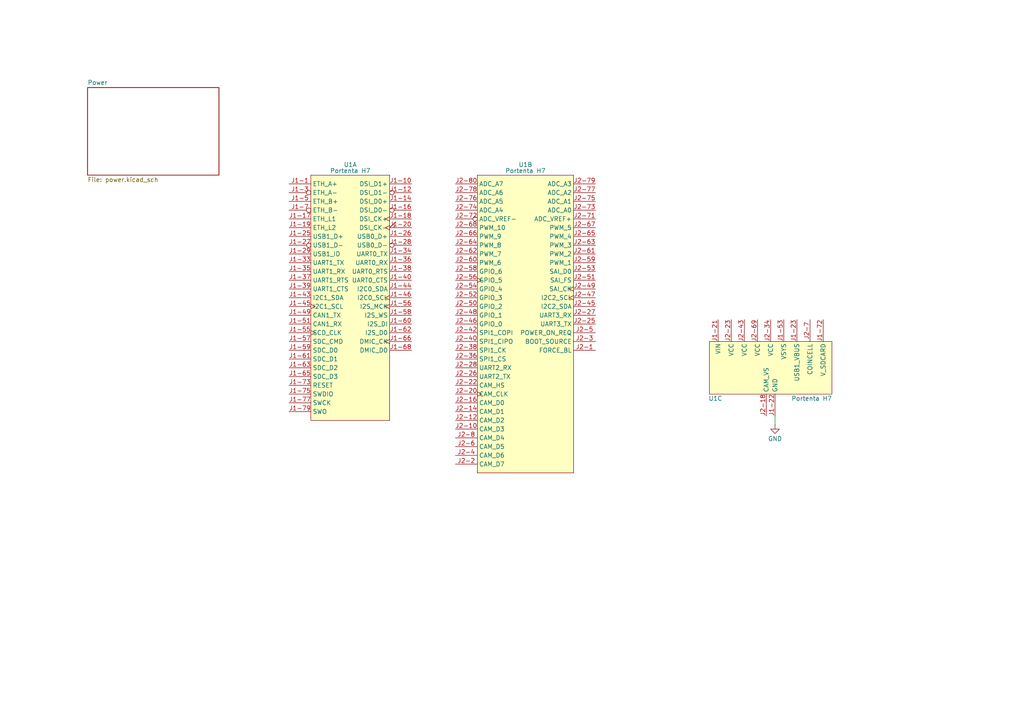
<source format=kicad_sch>
(kicad_sch (version 20231120) (generator "eeschema") (generator_version "8.0")
  (paper "A4")
  (lib_symbols
    (symbol "DSE-Micocontrollers:Portenta_H7_Mezzanine"
      (property "Reference" "U" (at 0 46.228 0))
      (property "Value" "Portenta H7" (at 0 44.45 0))
      (symbol "Portenta_H7_Mezzanine_1_0"
        (pin bidirectional line (at -17.78 33.02 0) (length 6.35) (name "ETH_A+") (number "J1-1"))
        (pin output line (at 17.78 33.02 180) (length 6.35) (name "DSI_D1+") (number "J1-10"))
        (pin no_connect line (at 17.78 -20.32 180) (length 6.35) hide (name "NC") (number "J1-11"))
        (pin output inverted (at 17.78 30.48 180) (length 6.35) (name "DSI_D1-") (number "J1-12"))
        (pin no_connect line (at 17.78 -20.32 180) (length 6.35) hide (name "NC") (number "J1-13"))
        (pin output line (at 17.78 27.94 180) (length 6.35) (name "DSI_D0+") (number "J1-14"))
        (pin no_connect line (at 17.78 -20.32 180) (length 6.35) hide (name "NC") (number "J1-15"))
        (pin output inverted (at 17.78 25.4 180) (length 6.35) (name "DSI_D0-") (number "J1-16"))
        (pin output line (at -17.78 22.86 0) (length 6.35) (name "ETH_L1") (number "J1-17"))
        (pin output clock (at 17.78 22.86 180) (length 6.35) (name "DSI_CK+") (number "J1-18"))
        (pin output line (at -17.78 20.32 0) (length 6.35) (name "ETH_L2") (number "J1-19"))
        (pin no_connect line (at 17.78 -20.32 180) (length 6.35) hide (name "NC") (number "J1-2"))
        (pin output clock_low (at 17.78 20.32 180) (length 6.35) (name "DSI_CK-") (number "J1-20"))
        (pin no_connect line (at 17.78 -20.32 180) (length 6.35) hide (name "NC") (number "J1-24"))
        (pin bidirectional line (at -17.78 17.78 0) (length 6.35) (name "USB1_D+") (number "J1-25"))
        (pin bidirectional line (at 17.78 17.78 180) (length 6.35) (name "USB0_D+") (number "J1-26"))
        (pin bidirectional inverted (at -17.78 15.24 0) (length 6.35) (name "USB1_D-") (number "J1-27"))
        (pin bidirectional inverted (at 17.78 15.24 180) (length 6.35) (name "USB0_D-") (number "J1-28"))
        (pin input line (at -17.78 12.7 0) (length 6.35) (name "USB1_ID") (number "J1-29"))
        (pin bidirectional inverted (at -17.78 30.48 0) (length 6.35) (name "ETH_A-") (number "J1-3"))
        (pin no_connect line (at 17.78 -20.32 180) (length 6.35) hide (name "NC") (number "J1-30"))
        (pin output line (at -17.78 10.16 0) (length 6.35) (name "UART1_TX") (number "J1-33"))
        (pin output line (at 17.78 12.7 180) (length 6.35) (name "UART0_TX") (number "J1-34"))
        (pin input line (at -17.78 7.62 0) (length 6.35) (name "UART1_RX") (number "J1-35"))
        (pin input line (at 17.78 10.16 180) (length 6.35) (name "UART0_RX") (number "J1-36"))
        (pin input line (at -17.78 5.08 0) (length 6.35) (name "UART1_RTS") (number "J1-37"))
        (pin input line (at 17.78 7.62 180) (length 6.35) (name "UART0_RTS") (number "J1-38"))
        (pin output line (at -17.78 2.54 0) (length 6.35) (name "UART1_CTS") (number "J1-39"))
        (pin no_connect line (at 17.78 -20.32 180) (length 6.35) hide (name "NC") (number "J1-4"))
        (pin output line (at 17.78 5.08 180) (length 6.35) (name "UART0_CTS") (number "J1-40"))
        (pin bidirectional line (at -17.78 0 0) (length 6.35) (name "I2C1_SDA") (number "J1-43"))
        (pin bidirectional line (at 17.78 2.54 180) (length 6.35) (name "I2C0_SDA") (number "J1-44"))
        (pin output clock (at -17.78 -2.54 0) (length 6.35) (name "I2C1_SCL") (number "J1-45"))
        (pin output clock (at 17.78 0 180) (length 6.35) (name "I2C0_SCL") (number "J1-46"))
        (pin output line (at -17.78 -5.08 0) (length 6.35) (name "CAN1_TX") (number "J1-49"))
        (pin bidirectional line (at -17.78 27.94 0) (length 6.35) (name "ETH_B+") (number "J1-5"))
        (pin no_connect line (at 17.78 -20.32 180) (length 6.35) hide (name "NC") (number "J1-50"))
        (pin input line (at -17.78 -7.62 0) (length 6.35) (name "CAN1_RX") (number "J1-51"))
        (pin no_connect line (at 17.78 -20.32 180) (length 6.35) hide (name "NC") (number "J1-52"))
        (pin output clock (at -17.78 -10.16 0) (length 6.35) (name "SCD_CLK") (number "J1-55"))
        (pin output clock (at 17.78 -2.54 180) (length 6.35) (name "I2S_MCK") (number "J1-56"))
        (pin output line (at -17.78 -12.7 0) (length 6.35) (name "SDC_CMD") (number "J1-57"))
        (pin output line (at 17.78 -5.08 180) (length 6.35) (name "I2S_WS") (number "J1-58"))
        (pin bidirectional line (at -17.78 -15.24 0) (length 6.35) (name "SDC_D0") (number "J1-59"))
        (pin no_connect line (at 17.78 -20.32 180) (length 6.35) hide (name "NC") (number "J1-6"))
        (pin input line (at 17.78 -7.62 180) (length 6.35) (name "I2S_DI") (number "J1-60"))
        (pin bidirectional line (at -17.78 -17.78 0) (length 6.35) (name "SDC_D1") (number "J1-61"))
        (pin bidirectional line (at 17.78 -10.16 180) (length 6.35) (name "I2S_D0") (number "J1-62"))
        (pin bidirectional line (at -17.78 -20.32 0) (length 6.35) (name "SDC_D2") (number "J1-63"))
        (pin bidirectional line (at -17.78 -22.86 0) (length 6.35) (name "SDC_D3") (number "J1-65"))
        (pin output clock (at 17.78 -12.7 180) (length 6.35) (name "DMIC_CK") (number "J1-66"))
        (pin no_connect line (at 17.78 -20.32 180) (length 6.35) hide (name "NC") (number "J1-67"))
        (pin bidirectional line (at 17.78 -15.24 180) (length 6.35) (name "DMIC_D0") (number "J1-68"))
        (pin no_connect line (at 17.78 -20.32 180) (length 6.35) hide (name "NC") (number "J1-69"))
        (pin bidirectional inverted (at -17.78 25.4 0) (length 6.35) (name "ETH_B-") (number "J1-7"))
        (pin no_connect line (at 17.78 -20.32 180) (length 6.35) hide (name "NC") (number "J1-70"))
        (pin no_connect line (at 17.78 -20.32 180) (length 6.35) hide (name "NC") (number "J1-71"))
        (pin input line (at -17.78 -25.4 0) (length 6.35) (name "RESET") (number "J1-73"))
        (pin no_connect line (at 17.78 -20.32 180) (length 6.35) hide (name "NC") (number "J1-74"))
        (pin bidirectional line (at -17.78 -27.94 0) (length 6.35) (name "SWDIO") (number "J1-75"))
        (pin no_connect line (at 17.78 -20.32 180) (length 6.35) hide (name "NC") (number "J1-76"))
        (pin output line (at -17.78 -30.48 0) (length 6.35) (name "SWCK") (number "J1-77"))
        (pin no_connect line (at 17.78 -20.32 180) (length 6.35) hide (name "NC") (number "J1-78"))
        (pin output line (at -17.78 -33.02 0) (length 6.35) (name "SWO") (number "J1-79"))
        (pin no_connect line (at 17.78 -20.32 180) (length 6.35) hide (name "NC") (number "J1-8"))
        (pin no_connect line (at 17.78 -20.32 180) (length 6.35) hide (name "NC") (number "J1-80"))
        (pin no_connect line (at 17.78 -20.32 180) (length 6.35) hide (name "NC") (number "J1-9"))
      )
      (symbol "Portenta_H7_Mezzanine_1_1"
        (rectangle (start -11.43 35.56) (end 11.43 -35.56) (fill (type background)))
      )
      (symbol "Portenta_H7_Mezzanine_2_0"
        (pin input line (at 20.32 -7.62 180) (length 6.35) (name "FORCE_BL") (number "J2-1"))
        (pin bidirectional line (at -20.32 -30.48 0) (length 6.35) (name "CAM_D3") (number "J2-10"))
        (pin no_connect line (at 20.32 -12.7 180) (length 6.35) hide (name "NC") (number "J2-11"))
        (pin bidirectional line (at -20.32 -27.94 0) (length 6.35) (name "CAM_D2") (number "J2-12"))
        (pin no_connect line (at 20.32 -12.7 180) (length 6.35) hide (name "NC") (number "J2-13"))
        (pin bidirectional line (at -20.32 -25.4 0) (length 6.35) (name "CAM_D1") (number "J2-14"))
        (pin no_connect line (at 20.32 -12.7 180) (length 6.35) hide (name "NC") (number "J2-15"))
        (pin bidirectional line (at -20.32 -22.86 0) (length 6.35) (name "CAM_D0") (number "J2-16"))
        (pin no_connect line (at 20.32 -12.7 180) (length 6.35) hide (name "NC") (number "J2-17"))
        (pin no_connect line (at 20.32 -12.7 180) (length 6.35) hide (name "NC") (number "J2-19"))
        (pin bidirectional line (at -20.32 -40.64 0) (length 6.35) (name "CAM_D7") (number "J2-2"))
        (pin output clock (at -20.32 -20.32 0) (length 6.35) (name "CAM_CLK") (number "J2-20"))
        (pin no_connect line (at 20.32 -12.7 180) (length 6.35) hide (name "NC") (number "J2-21"))
        (pin output line (at -20.32 -17.78 0) (length 6.35) (name "CAM_HS") (number "J2-22"))
        (pin output line (at 20.32 0 180) (length 6.35) (name "UART3_TX") (number "J2-25"))
        (pin output line (at -20.32 -15.24 0) (length 6.35) (name "UART2_TX") (number "J2-26"))
        (pin input line (at 20.32 2.54 180) (length 6.35) (name "UART3_RX") (number "J2-27"))
        (pin input line (at -20.32 -12.7 0) (length 6.35) (name "UART2_RX") (number "J2-28"))
        (pin no_connect line (at 20.32 -12.7 180) (length 6.35) hide (name "NC") (number "J2-29"))
        (pin input line (at 20.32 -5.08 180) (length 6.35) (name "BOOT_SOURCE") (number "J2-3"))
        (pin no_connect line (at 20.32 -12.7 180) (length 6.35) hide (name "NC") (number "J2-30"))
        (pin no_connect line (at 20.32 -12.7 180) (length 6.35) hide (name "NC") (number "J2-31"))
        (pin no_connect line (at 20.32 -12.7 180) (length 6.35) hide (name "NC") (number "J2-32"))
        (pin no_connect line (at 20.32 -12.7 180) (length 6.35) hide (name "NC") (number "J2-35"))
        (pin input line (at -20.32 -10.16 0) (length 6.35) (name "SPI1_CS") (number "J2-36"))
        (pin no_connect line (at 20.32 -12.7 180) (length 6.35) hide (name "NC") (number "J2-37"))
        (pin input line (at -20.32 -7.62 0) (length 6.35) (name "SPI1_CK") (number "J2-38"))
        (pin no_connect line (at 20.32 -12.7 180) (length 6.35) hide (name "NC") (number "J2-39"))
        (pin bidirectional line (at -20.32 -38.1 0) (length 6.35) (name "CAM_D6") (number "J2-4"))
        (pin input line (at -20.32 -5.08 0) (length 6.35) (name "SPI1_CIPO") (number "J2-40"))
        (pin no_connect line (at 20.32 -12.7 180) (length 6.35) hide (name "NC") (number "J2-41"))
        (pin output line (at -20.32 -2.54 0) (length 6.35) (name "SPI1_COPI") (number "J2-42"))
        (pin bidirectional line (at 20.32 5.08 180) (length 6.35) (name "I2C2_SDA") (number "J2-45"))
        (pin bidirectional line (at -20.32 0 0) (length 6.35) (name "GPIO_0") (number "J2-46"))
        (pin output clock (at 20.32 7.62 180) (length 6.35) (name "I2C2_SCL") (number "J2-47"))
        (pin bidirectional line (at -20.32 2.54 0) (length 6.35) (name "GPIO_1") (number "J2-48"))
        (pin output clock (at 20.32 10.16 180) (length 6.35) (name "SAI_CK") (number "J2-49"))
        (pin input line (at 20.32 -2.54 180) (length 6.35) (name "POWER_ON_REQ") (number "J2-5"))
        (pin bidirectional line (at -20.32 5.08 0) (length 6.35) (name "GPIO_2") (number "J2-50"))
        (pin output line (at 20.32 12.7 180) (length 6.35) (name "SAI_FS") (number "J2-51"))
        (pin bidirectional line (at -20.32 7.62 0) (length 6.35) (name "GPIO_3") (number "J2-52"))
        (pin bidirectional line (at 20.32 15.24 180) (length 6.35) (name "SAI_D0") (number "J2-53"))
        (pin bidirectional line (at -20.32 10.16 0) (length 6.35) (name "GPIO_4") (number "J2-54"))
        (pin no_connect clock (at 20.32 -12.7 180) (length 6.35) hide (name "NC") (number "J2-55"))
        (pin bidirectional clock (at -20.32 12.7 0) (length 6.35) (name "GPIO_5") (number "J2-56"))
        (pin bidirectional line (at -20.32 15.24 0) (length 6.35) (name "GPIO_6") (number "J2-58"))
        (pin output line (at 20.32 17.78 180) (length 6.35) (name "PWM_1") (number "J2-59"))
        (pin bidirectional line (at -20.32 -35.56 0) (length 6.35) (name "CAM_D5") (number "J2-6"))
        (pin output line (at -20.32 17.78 0) (length 6.35) (name "PWM_6") (number "J2-60"))
        (pin output line (at 20.32 20.32 180) (length 6.35) (name "PWM_2") (number "J2-61"))
        (pin output line (at -20.32 20.32 0) (length 6.35) (name "PWM_7") (number "J2-62"))
        (pin output line (at 20.32 22.86 180) (length 6.35) (name "PWM_3") (number "J2-63"))
        (pin output line (at -20.32 22.86 0) (length 6.35) (name "PWM_8") (number "J2-64"))
        (pin output line (at 20.32 25.4 180) (length 6.35) (name "PWM_4") (number "J2-65"))
        (pin output line (at -20.32 25.4 0) (length 6.35) (name "PWM_9") (number "J2-66"))
        (pin output line (at 20.32 27.94 180) (length 6.35) (name "PWM_5") (number "J2-67"))
        (pin output line (at -20.32 27.94 0) (length 6.35) (name "PWM_10") (number "J2-68"))
        (pin power_out line (at 20.32 30.48 180) (length 6.35) (name "ADC_VREF+") (number "J2-71"))
        (pin power_out inverted (at -20.32 30.48 0) (length 6.35) (name "ADC_VREF-") (number "J2-72"))
        (pin bidirectional line (at 20.32 33.02 180) (length 6.35) (name "ADC_A0") (number "J2-73"))
        (pin bidirectional line (at -20.32 33.02 0) (length 6.35) (name "ADC_A4") (number "J2-74"))
        (pin bidirectional line (at 20.32 35.56 180) (length 6.35) (name "ADC_A1") (number "J2-75"))
        (pin bidirectional line (at -20.32 35.56 0) (length 6.35) (name "ADC_A5") (number "J2-76"))
        (pin bidirectional line (at 20.32 38.1 180) (length 6.35) (name "ADC_A2") (number "J2-77"))
        (pin bidirectional line (at -20.32 38.1 0) (length 6.35) (name "ADC_A6") (number "J2-78"))
        (pin bidirectional line (at 20.32 40.64 180) (length 6.35) (name "ADC_A3") (number "J2-79"))
        (pin bidirectional line (at -20.32 -33.02 0) (length 6.35) (name "CAM_D4") (number "J2-8"))
        (pin bidirectional line (at -20.32 40.64 0) (length 6.35) (name "ADC_A7") (number "J2-80"))
        (pin no_connect line (at 20.32 -12.7 180) (length 6.35) hide (name "NC") (number "J2-9"))
      )
      (symbol "Portenta_H7_Mezzanine_2_1"
        (rectangle (start -13.97 43.18) (end 13.97 -43.18) (fill (type background)))
      )
      (symbol "Portenta_H7_Mezzanine_3_0"
        (pin power_out line (at -15.24 13.97 270) (length 6.35) (name "VIN") (number "J1-21"))
        (pin passive line (at 1.27 -13.97 90) (length 6.35) (name "GND") (number "J1-22"))
        (pin power_out line (at 7.62 13.97 270) (length 6.35) (name "USB1_VBUS") (number "J1-23"))
        (pin passive line (at 1.27 -13.97 90) (length 6.35) hide (name "GND") (number "J1-31"))
        (pin power_in line (at -15.24 13.97 270) (length 6.35) hide (name "VIN") (number "J1-32"))
        (pin power_in line (at -15.24 13.97 270) (length 6.35) hide (name "VIN") (number "J1-41"))
        (pin passive line (at 1.27 -13.97 90) (length 6.35) hide (name "GND") (number "J1-42"))
        (pin passive line (at 1.27 -13.97 90) (length 6.35) hide (name "GND") (number "J1-47"))
        (pin power_in line (at -15.24 13.97 270) (length 6.35) hide (name "VIN") (number "J1-48"))
        (pin power_out line (at 3.81 13.97 270) (length 6.35) (name "VSYS") (number "J1-53"))
        (pin passive line (at 1.27 -13.97 90) (length 6.35) hide (name "GND") (number "J1-54"))
        (pin power_out line (at 3.81 13.97 270) (length 6.35) hide (name "VSYS") (number "J1-64"))
        (pin power_out line (at 15.24 13.97 270) (length 6.35) (name "V_SDCARD") (number "J1-72"))
        (pin passive line (at -1.27 -13.97 90) (length 6.35) (name "CAM_VS") (number "J2-18"))
        (pin power_in line (at -11.43 13.97 270) (length 6.35) (name "VCC") (number "J2-23"))
        (pin passive line (at 1.27 -13.97 90) (length 6.35) hide (name "GND") (number "J2-24"))
        (pin passive line (at 1.27 -13.97 90) (length 6.35) hide (name "GND") (number "J2-33"))
        (pin output line (at 0 13.97 270) (length 6.35) (name "VCC") (number "J2-34"))
        (pin power_in line (at -7.62 13.97 270) (length 6.35) (name "VCC") (number "J2-43"))
        (pin passive line (at 1.27 -13.97 90) (length 6.35) hide (name "GND") (number "J2-44"))
        (pin passive line (at 1.27 -13.97 90) (length 6.35) hide (name "GND") (number "J2-57"))
        (pin power_in line (at -3.81 13.97 270) (length 6.35) (name "VCC") (number "J2-69"))
        (pin power_in line (at 11.43 13.97 270) (length 6.35) (name "COINCELL") (number "J2-7"))
        (pin passive line (at 1.27 -13.97 90) (length 6.35) hide (name "GND") (number "J2-70"))
      )
      (symbol "Portenta_H7_Mezzanine_3_1"
        (rectangle (start -17.78 7.62) (end 17.78 -7.62) (fill (type background)))
      )
    )
    (symbol "Portenta_H7_Mezzanine_1"
      (property "Reference" "U" (at 0 46.228 0))
      (property "Value" "Portenta H7" (at 0 44.45 0))
      (symbol "Portenta_H7_Mezzanine_1_1_0"
        (pin bidirectional line (at -17.78 33.02 0) (length 6.35) (name "ETH_A+") (number "J1-1"))
        (pin output line (at 17.78 33.02 180) (length 6.35) (name "DSI_D1+") (number "J1-10"))
        (pin no_connect line (at 17.78 -20.32 180) (length 6.35) hide (name "NC") (number "J1-11"))
        (pin output inverted (at 17.78 30.48 180) (length 6.35) (name "DSI_D1-") (number "J1-12"))
        (pin no_connect line (at 17.78 -20.32 180) (length 6.35) hide (name "NC") (number "J1-13"))
        (pin output line (at 17.78 27.94 180) (length 6.35) (name "DSI_D0+") (number "J1-14"))
        (pin no_connect line (at 17.78 -20.32 180) (length 6.35) hide (name "NC") (number "J1-15"))
        (pin output inverted (at 17.78 25.4 180) (length 6.35) (name "DSI_D0-") (number "J1-16"))
        (pin output line (at -17.78 22.86 0) (length 6.35) (name "ETH_L1") (number "J1-17"))
        (pin output clock (at 17.78 22.86 180) (length 6.35) (name "DSI_CK+") (number "J1-18"))
        (pin output line (at -17.78 20.32 0) (length 6.35) (name "ETH_L2") (number "J1-19"))
        (pin no_connect line (at 17.78 -20.32 180) (length 6.35) hide (name "NC") (number "J1-2"))
        (pin output clock_low (at 17.78 20.32 180) (length 6.35) (name "DSI_CK-") (number "J1-20"))
        (pin no_connect line (at 17.78 -20.32 180) (length 6.35) hide (name "NC") (number "J1-24"))
        (pin bidirectional line (at -17.78 17.78 0) (length 6.35) (name "USB1_D+") (number "J1-25"))
        (pin bidirectional line (at 17.78 17.78 180) (length 6.35) (name "USB0_D+") (number "J1-26"))
        (pin bidirectional inverted (at -17.78 15.24 0) (length 6.35) (name "USB1_D-") (number "J1-27"))
        (pin bidirectional inverted (at 17.78 15.24 180) (length 6.35) (name "USB0_D-") (number "J1-28"))
        (pin input line (at -17.78 12.7 0) (length 6.35) (name "USB1_ID") (number "J1-29"))
        (pin bidirectional inverted (at -17.78 30.48 0) (length 6.35) (name "ETH_A-") (number "J1-3"))
        (pin no_connect line (at 17.78 -20.32 180) (length 6.35) hide (name "NC") (number "J1-30"))
        (pin output line (at -17.78 10.16 0) (length 6.35) (name "UART1_TX") (number "J1-33"))
        (pin output line (at 17.78 12.7 180) (length 6.35) (name "UART0_TX") (number "J1-34"))
        (pin input line (at -17.78 7.62 0) (length 6.35) (name "UART1_RX") (number "J1-35"))
        (pin input line (at 17.78 10.16 180) (length 6.35) (name "UART0_RX") (number "J1-36"))
        (pin input line (at -17.78 5.08 0) (length 6.35) (name "UART1_RTS") (number "J1-37"))
        (pin input line (at 17.78 7.62 180) (length 6.35) (name "UART0_RTS") (number "J1-38"))
        (pin output line (at -17.78 2.54 0) (length 6.35) (name "UART1_CTS") (number "J1-39"))
        (pin no_connect line (at 17.78 -20.32 180) (length 6.35) hide (name "NC") (number "J1-4"))
        (pin output line (at 17.78 5.08 180) (length 6.35) (name "UART0_CTS") (number "J1-40"))
        (pin bidirectional line (at -17.78 0 0) (length 6.35) (name "I2C1_SDA") (number "J1-43"))
        (pin bidirectional line (at 17.78 2.54 180) (length 6.35) (name "I2C0_SDA") (number "J1-44"))
        (pin output clock (at -17.78 -2.54 0) (length 6.35) (name "I2C1_SCL") (number "J1-45"))
        (pin output clock (at 17.78 0 180) (length 6.35) (name "I2C0_SCL") (number "J1-46"))
        (pin output line (at -17.78 -5.08 0) (length 6.35) (name "CAN1_TX") (number "J1-49"))
        (pin bidirectional line (at -17.78 27.94 0) (length 6.35) (name "ETH_B+") (number "J1-5"))
        (pin no_connect line (at 17.78 -20.32 180) (length 6.35) hide (name "NC") (number "J1-50"))
        (pin input line (at -17.78 -7.62 0) (length 6.35) (name "CAN1_RX") (number "J1-51"))
        (pin no_connect line (at 17.78 -20.32 180) (length 6.35) hide (name "NC") (number "J1-52"))
        (pin output clock (at -17.78 -10.16 0) (length 6.35) (name "SCD_CLK") (number "J1-55"))
        (pin output clock (at 17.78 -2.54 180) (length 6.35) (name "I2S_MCK") (number "J1-56"))
        (pin output line (at -17.78 -12.7 0) (length 6.35) (name "SDC_CMD") (number "J1-57"))
        (pin output line (at 17.78 -5.08 180) (length 6.35) (name "I2S_WS") (number "J1-58"))
        (pin bidirectional line (at -17.78 -15.24 0) (length 6.35) (name "SDC_D0") (number "J1-59"))
        (pin no_connect line (at 17.78 -20.32 180) (length 6.35) hide (name "NC") (number "J1-6"))
        (pin input line (at 17.78 -7.62 180) (length 6.35) (name "I2S_DI") (number "J1-60"))
        (pin bidirectional line (at -17.78 -17.78 0) (length 6.35) (name "SDC_D1") (number "J1-61"))
        (pin bidirectional line (at 17.78 -10.16 180) (length 6.35) (name "I2S_D0") (number "J1-62"))
        (pin bidirectional line (at -17.78 -20.32 0) (length 6.35) (name "SDC_D2") (number "J1-63"))
        (pin bidirectional line (at -17.78 -22.86 0) (length 6.35) (name "SDC_D3") (number "J1-65"))
        (pin output clock (at 17.78 -12.7 180) (length 6.35) (name "DMIC_CK") (number "J1-66"))
        (pin no_connect line (at 17.78 -20.32 180) (length 6.35) hide (name "NC") (number "J1-67"))
        (pin bidirectional line (at 17.78 -15.24 180) (length 6.35) (name "DMIC_D0") (number "J1-68"))
        (pin no_connect line (at 17.78 -20.32 180) (length 6.35) hide (name "NC") (number "J1-69"))
        (pin bidirectional inverted (at -17.78 25.4 0) (length 6.35) (name "ETH_B-") (number "J1-7"))
        (pin no_connect line (at 17.78 -20.32 180) (length 6.35) hide (name "NC") (number "J1-70"))
        (pin no_connect line (at 17.78 -20.32 180) (length 6.35) hide (name "NC") (number "J1-71"))
        (pin input line (at -17.78 -25.4 0) (length 6.35) (name "RESET") (number "J1-73"))
        (pin no_connect line (at 17.78 -20.32 180) (length 6.35) hide (name "NC") (number "J1-74"))
        (pin bidirectional line (at -17.78 -27.94 0) (length 6.35) (name "SWDIO") (number "J1-75"))
        (pin no_connect line (at 17.78 -20.32 180) (length 6.35) hide (name "NC") (number "J1-76"))
        (pin output line (at -17.78 -30.48 0) (length 6.35) (name "SWCK") (number "J1-77"))
        (pin no_connect line (at 17.78 -20.32 180) (length 6.35) hide (name "NC") (number "J1-78"))
        (pin output line (at -17.78 -33.02 0) (length 6.35) (name "SWO") (number "J1-79"))
        (pin no_connect line (at 17.78 -20.32 180) (length 6.35) hide (name "NC") (number "J1-8"))
        (pin no_connect line (at 17.78 -20.32 180) (length 6.35) hide (name "NC") (number "J1-80"))
        (pin no_connect line (at 17.78 -20.32 180) (length 6.35) hide (name "NC") (number "J1-9"))
      )
      (symbol "Portenta_H7_Mezzanine_1_1_1"
        (rectangle (start -11.43 35.56) (end 11.43 -35.56) (fill (type background)))
      )
      (symbol "Portenta_H7_Mezzanine_1_2_0"
        (pin input line (at 20.32 -7.62 180) (length 6.35) (name "FORCE_BL") (number "J2-1"))
        (pin bidirectional line (at -20.32 -30.48 0) (length 6.35) (name "CAM_D3") (number "J2-10"))
        (pin no_connect line (at 20.32 -12.7 180) (length 6.35) hide (name "NC") (number "J2-11"))
        (pin bidirectional line (at -20.32 -27.94 0) (length 6.35) (name "CAM_D2") (number "J2-12"))
        (pin no_connect line (at 20.32 -12.7 180) (length 6.35) hide (name "NC") (number "J2-13"))
        (pin bidirectional line (at -20.32 -25.4 0) (length 6.35) (name "CAM_D1") (number "J2-14"))
        (pin no_connect line (at 20.32 -12.7 180) (length 6.35) hide (name "NC") (number "J2-15"))
        (pin bidirectional line (at -20.32 -22.86 0) (length 6.35) (name "CAM_D0") (number "J2-16"))
        (pin no_connect line (at 20.32 -12.7 180) (length 6.35) hide (name "NC") (number "J2-17"))
        (pin no_connect line (at 20.32 -12.7 180) (length 6.35) hide (name "NC") (number "J2-19"))
        (pin bidirectional line (at -20.32 -40.64 0) (length 6.35) (name "CAM_D7") (number "J2-2"))
        (pin output clock (at -20.32 -20.32 0) (length 6.35) (name "CAM_CLK") (number "J2-20"))
        (pin no_connect line (at 20.32 -12.7 180) (length 6.35) hide (name "NC") (number "J2-21"))
        (pin output line (at -20.32 -17.78 0) (length 6.35) (name "CAM_HS") (number "J2-22"))
        (pin output line (at 20.32 0 180) (length 6.35) (name "UART3_TX") (number "J2-25"))
        (pin output line (at -20.32 -15.24 0) (length 6.35) (name "UART2_TX") (number "J2-26"))
        (pin input line (at 20.32 2.54 180) (length 6.35) (name "UART3_RX") (number "J2-27"))
        (pin input line (at -20.32 -12.7 0) (length 6.35) (name "UART2_RX") (number "J2-28"))
        (pin no_connect line (at 20.32 -12.7 180) (length 6.35) hide (name "NC") (number "J2-29"))
        (pin input line (at 20.32 -5.08 180) (length 6.35) (name "BOOT_SOURCE") (number "J2-3"))
        (pin no_connect line (at 20.32 -12.7 180) (length 6.35) hide (name "NC") (number "J2-30"))
        (pin no_connect line (at 20.32 -12.7 180) (length 6.35) hide (name "NC") (number "J2-31"))
        (pin no_connect line (at 20.32 -12.7 180) (length 6.35) hide (name "NC") (number "J2-32"))
        (pin no_connect line (at 20.32 -12.7 180) (length 6.35) hide (name "NC") (number "J2-35"))
        (pin input line (at -20.32 -10.16 0) (length 6.35) (name "SPI1_CS") (number "J2-36"))
        (pin no_connect line (at 20.32 -12.7 180) (length 6.35) hide (name "NC") (number "J2-37"))
        (pin input line (at -20.32 -7.62 0) (length 6.35) (name "SPI1_CK") (number "J2-38"))
        (pin no_connect line (at 20.32 -12.7 180) (length 6.35) hide (name "NC") (number "J2-39"))
        (pin bidirectional line (at -20.32 -38.1 0) (length 6.35) (name "CAM_D6") (number "J2-4"))
        (pin input line (at -20.32 -5.08 0) (length 6.35) (name "SPI1_CIPO") (number "J2-40"))
        (pin no_connect line (at 20.32 -12.7 180) (length 6.35) hide (name "NC") (number "J2-41"))
        (pin output line (at -20.32 -2.54 0) (length 6.35) (name "SPI1_COPI") (number "J2-42"))
        (pin bidirectional line (at 20.32 5.08 180) (length 6.35) (name "I2C2_SDA") (number "J2-45"))
        (pin bidirectional line (at -20.32 0 0) (length 6.35) (name "GPIO_0") (number "J2-46"))
        (pin output clock (at 20.32 7.62 180) (length 6.35) (name "I2C2_SCL") (number "J2-47"))
        (pin bidirectional line (at -20.32 2.54 0) (length 6.35) (name "GPIO_1") (number "J2-48"))
        (pin output clock (at 20.32 10.16 180) (length 6.35) (name "SAI_CK") (number "J2-49"))
        (pin input line (at 20.32 -2.54 180) (length 6.35) (name "POWER_ON_REQ") (number "J2-5"))
        (pin bidirectional line (at -20.32 5.08 0) (length 6.35) (name "GPIO_2") (number "J2-50"))
        (pin output line (at 20.32 12.7 180) (length 6.35) (name "SAI_FS") (number "J2-51"))
        (pin bidirectional line (at -20.32 7.62 0) (length 6.35) (name "GPIO_3") (number "J2-52"))
        (pin bidirectional line (at 20.32 15.24 180) (length 6.35) (name "SAI_D0") (number "J2-53"))
        (pin bidirectional line (at -20.32 10.16 0) (length 6.35) (name "GPIO_4") (number "J2-54"))
        (pin no_connect clock (at 20.32 -12.7 180) (length 6.35) hide (name "NC") (number "J2-55"))
        (pin bidirectional clock (at -20.32 12.7 0) (length 6.35) (name "GPIO_5") (number "J2-56"))
        (pin bidirectional line (at -20.32 15.24 0) (length 6.35) (name "GPIO_6") (number "J2-58"))
        (pin output line (at 20.32 17.78 180) (length 6.35) (name "PWM_1") (number "J2-59"))
        (pin bidirectional line (at -20.32 -35.56 0) (length 6.35) (name "CAM_D5") (number "J2-6"))
        (pin output line (at -20.32 17.78 0) (length 6.35) (name "PWM_6") (number "J2-60"))
        (pin output line (at 20.32 20.32 180) (length 6.35) (name "PWM_2") (number "J2-61"))
        (pin output line (at -20.32 20.32 0) (length 6.35) (name "PWM_7") (number "J2-62"))
        (pin output line (at 20.32 22.86 180) (length 6.35) (name "PWM_3") (number "J2-63"))
        (pin output line (at -20.32 22.86 0) (length 6.35) (name "PWM_8") (number "J2-64"))
        (pin output line (at 20.32 25.4 180) (length 6.35) (name "PWM_4") (number "J2-65"))
        (pin output line (at -20.32 25.4 0) (length 6.35) (name "PWM_9") (number "J2-66"))
        (pin output line (at 20.32 27.94 180) (length 6.35) (name "PWM_5") (number "J2-67"))
        (pin output line (at -20.32 27.94 0) (length 6.35) (name "PWM_10") (number "J2-68"))
        (pin power_out line (at 20.32 30.48 180) (length 6.35) (name "ADC_VREF+") (number "J2-71"))
        (pin power_out inverted (at -20.32 30.48 0) (length 6.35) (name "ADC_VREF-") (number "J2-72"))
        (pin bidirectional line (at 20.32 33.02 180) (length 6.35) (name "ADC_A0") (number "J2-73"))
        (pin bidirectional line (at -20.32 33.02 0) (length 6.35) (name "ADC_A4") (number "J2-74"))
        (pin bidirectional line (at 20.32 35.56 180) (length 6.35) (name "ADC_A1") (number "J2-75"))
        (pin bidirectional line (at -20.32 35.56 0) (length 6.35) (name "ADC_A5") (number "J2-76"))
        (pin bidirectional line (at 20.32 38.1 180) (length 6.35) (name "ADC_A2") (number "J2-77"))
        (pin bidirectional line (at -20.32 38.1 0) (length 6.35) (name "ADC_A6") (number "J2-78"))
        (pin bidirectional line (at 20.32 40.64 180) (length 6.35) (name "ADC_A3") (number "J2-79"))
        (pin bidirectional line (at -20.32 -33.02 0) (length 6.35) (name "CAM_D4") (number "J2-8"))
        (pin bidirectional line (at -20.32 40.64 0) (length 6.35) (name "ADC_A7") (number "J2-80"))
        (pin no_connect line (at 20.32 -12.7 180) (length 6.35) hide (name "NC") (number "J2-9"))
      )
      (symbol "Portenta_H7_Mezzanine_1_2_1"
        (rectangle (start -13.97 43.18) (end 13.97 -43.18) (fill (type background)))
      )
      (symbol "Portenta_H7_Mezzanine_1_3_0"
        (pin power_out line (at -15.24 13.97 270) (length 6.35) (name "VIN") (number "J1-21"))
        (pin passive line (at 1.27 -13.97 90) (length 6.35) (name "GND") (number "J1-22"))
        (pin power_out line (at 7.62 13.97 270) (length 6.35) (name "USB1_VBUS") (number "J1-23"))
        (pin passive line (at 1.27 -13.97 90) (length 6.35) hide (name "GND") (number "J1-31"))
        (pin power_in line (at -15.24 13.97 270) (length 6.35) hide (name "VIN") (number "J1-32"))
        (pin power_in line (at -15.24 13.97 270) (length 6.35) hide (name "VIN") (number "J1-41"))
        (pin passive line (at 1.27 -13.97 90) (length 6.35) hide (name "GND") (number "J1-42"))
        (pin passive line (at 1.27 -13.97 90) (length 6.35) hide (name "GND") (number "J1-47"))
        (pin power_in line (at -15.24 13.97 270) (length 6.35) hide (name "VIN") (number "J1-48"))
        (pin power_out line (at 3.81 13.97 270) (length 6.35) (name "VSYS") (number "J1-53"))
        (pin passive line (at 1.27 -13.97 90) (length 6.35) hide (name "GND") (number "J1-54"))
        (pin power_out line (at 3.81 13.97 270) (length 6.35) hide (name "VSYS") (number "J1-64"))
        (pin power_out line (at 15.24 13.97 270) (length 6.35) (name "V_SDCARD") (number "J1-72"))
        (pin passive line (at -1.27 -13.97 90) (length 6.35) (name "CAM_VS") (number "J2-18"))
        (pin power_in line (at -11.43 13.97 270) (length 6.35) (name "VCC") (number "J2-23"))
        (pin passive line (at 1.27 -13.97 90) (length 6.35) hide (name "GND") (number "J2-24"))
        (pin passive line (at 1.27 -13.97 90) (length 6.35) hide (name "GND") (number "J2-33"))
        (pin output line (at 0 13.97 270) (length 6.35) (name "VCC") (number "J2-34"))
        (pin power_in line (at -7.62 13.97 270) (length 6.35) (name "VCC") (number "J2-43"))
        (pin passive line (at 1.27 -13.97 90) (length 6.35) hide (name "GND") (number "J2-44"))
        (pin passive line (at 1.27 -13.97 90) (length 6.35) hide (name "GND") (number "J2-57"))
        (pin power_in line (at -3.81 13.97 270) (length 6.35) (name "VCC") (number "J2-69"))
        (pin power_in line (at 11.43 13.97 270) (length 6.35) (name "COINCELL") (number "J2-7"))
        (pin passive line (at 1.27 -13.97 90) (length 6.35) hide (name "GND") (number "J2-70"))
      )
      (symbol "Portenta_H7_Mezzanine_1_3_1"
        (rectangle (start -17.78 7.62) (end 17.78 -7.62) (fill (type background)))
      )
    )
    (symbol "Portenta_H7_Mezzanine_2"
      (property "Reference" "U" (at 0 46.228 0))
      (property "Value" "Portenta H7" (at 0 44.45 0))
      (symbol "Portenta_H7_Mezzanine_2_1_0"
        (pin bidirectional line (at -17.78 33.02 0) (length 6.35) (name "ETH_A+") (number "J1-1"))
        (pin output line (at 17.78 33.02 180) (length 6.35) (name "DSI_D1+") (number "J1-10"))
        (pin no_connect line (at 17.78 -20.32 180) (length 6.35) hide (name "NC") (number "J1-11"))
        (pin output inverted (at 17.78 30.48 180) (length 6.35) (name "DSI_D1-") (number "J1-12"))
        (pin no_connect line (at 17.78 -20.32 180) (length 6.35) hide (name "NC") (number "J1-13"))
        (pin output line (at 17.78 27.94 180) (length 6.35) (name "DSI_D0+") (number "J1-14"))
        (pin no_connect line (at 17.78 -20.32 180) (length 6.35) hide (name "NC") (number "J1-15"))
        (pin output inverted (at 17.78 25.4 180) (length 6.35) (name "DSI_D0-") (number "J1-16"))
        (pin output line (at -17.78 22.86 0) (length 6.35) (name "ETH_L1") (number "J1-17"))
        (pin output clock (at 17.78 22.86 180) (length 6.35) (name "DSI_CK+") (number "J1-18"))
        (pin output line (at -17.78 20.32 0) (length 6.35) (name "ETH_L2") (number "J1-19"))
        (pin no_connect line (at 17.78 -20.32 180) (length 6.35) hide (name "NC") (number "J1-2"))
        (pin output clock_low (at 17.78 20.32 180) (length 6.35) (name "DSI_CK-") (number "J1-20"))
        (pin no_connect line (at 17.78 -20.32 180) (length 6.35) hide (name "NC") (number "J1-24"))
        (pin bidirectional line (at -17.78 17.78 0) (length 6.35) (name "USB1_D+") (number "J1-25"))
        (pin bidirectional line (at 17.78 17.78 180) (length 6.35) (name "USB0_D+") (number "J1-26"))
        (pin bidirectional inverted (at -17.78 15.24 0) (length 6.35) (name "USB1_D-") (number "J1-27"))
        (pin bidirectional inverted (at 17.78 15.24 180) (length 6.35) (name "USB0_D-") (number "J1-28"))
        (pin input line (at -17.78 12.7 0) (length 6.35) (name "USB1_ID") (number "J1-29"))
        (pin bidirectional inverted (at -17.78 30.48 0) (length 6.35) (name "ETH_A-") (number "J1-3"))
        (pin no_connect line (at 17.78 -20.32 180) (length 6.35) hide (name "NC") (number "J1-30"))
        (pin output line (at -17.78 10.16 0) (length 6.35) (name "UART1_TX") (number "J1-33"))
        (pin output line (at 17.78 12.7 180) (length 6.35) (name "UART0_TX") (number "J1-34"))
        (pin input line (at -17.78 7.62 0) (length 6.35) (name "UART1_RX") (number "J1-35"))
        (pin input line (at 17.78 10.16 180) (length 6.35) (name "UART0_RX") (number "J1-36"))
        (pin input line (at -17.78 5.08 0) (length 6.35) (name "UART1_RTS") (number "J1-37"))
        (pin input line (at 17.78 7.62 180) (length 6.35) (name "UART0_RTS") (number "J1-38"))
        (pin output line (at -17.78 2.54 0) (length 6.35) (name "UART1_CTS") (number "J1-39"))
        (pin no_connect line (at 17.78 -20.32 180) (length 6.35) hide (name "NC") (number "J1-4"))
        (pin output line (at 17.78 5.08 180) (length 6.35) (name "UART0_CTS") (number "J1-40"))
        (pin bidirectional line (at -17.78 0 0) (length 6.35) (name "I2C1_SDA") (number "J1-43"))
        (pin bidirectional line (at 17.78 2.54 180) (length 6.35) (name "I2C0_SDA") (number "J1-44"))
        (pin output clock (at -17.78 -2.54 0) (length 6.35) (name "I2C1_SCL") (number "J1-45"))
        (pin output clock (at 17.78 0 180) (length 6.35) (name "I2C0_SCL") (number "J1-46"))
        (pin output line (at -17.78 -5.08 0) (length 6.35) (name "CAN1_TX") (number "J1-49"))
        (pin bidirectional line (at -17.78 27.94 0) (length 6.35) (name "ETH_B+") (number "J1-5"))
        (pin no_connect line (at 17.78 -20.32 180) (length 6.35) hide (name "NC") (number "J1-50"))
        (pin input line (at -17.78 -7.62 0) (length 6.35) (name "CAN1_RX") (number "J1-51"))
        (pin no_connect line (at 17.78 -20.32 180) (length 6.35) hide (name "NC") (number "J1-52"))
        (pin output clock (at -17.78 -10.16 0) (length 6.35) (name "SCD_CLK") (number "J1-55"))
        (pin output clock (at 17.78 -2.54 180) (length 6.35) (name "I2S_MCK") (number "J1-56"))
        (pin output line (at -17.78 -12.7 0) (length 6.35) (name "SDC_CMD") (number "J1-57"))
        (pin output line (at 17.78 -5.08 180) (length 6.35) (name "I2S_WS") (number "J1-58"))
        (pin bidirectional line (at -17.78 -15.24 0) (length 6.35) (name "SDC_D0") (number "J1-59"))
        (pin no_connect line (at 17.78 -20.32 180) (length 6.35) hide (name "NC") (number "J1-6"))
        (pin input line (at 17.78 -7.62 180) (length 6.35) (name "I2S_DI") (number "J1-60"))
        (pin bidirectional line (at -17.78 -17.78 0) (length 6.35) (name "SDC_D1") (number "J1-61"))
        (pin bidirectional line (at 17.78 -10.16 180) (length 6.35) (name "I2S_D0") (number "J1-62"))
        (pin bidirectional line (at -17.78 -20.32 0) (length 6.35) (name "SDC_D2") (number "J1-63"))
        (pin bidirectional line (at -17.78 -22.86 0) (length 6.35) (name "SDC_D3") (number "J1-65"))
        (pin output clock (at 17.78 -12.7 180) (length 6.35) (name "DMIC_CK") (number "J1-66"))
        (pin no_connect line (at 17.78 -20.32 180) (length 6.35) hide (name "NC") (number "J1-67"))
        (pin bidirectional line (at 17.78 -15.24 180) (length 6.35) (name "DMIC_D0") (number "J1-68"))
        (pin no_connect line (at 17.78 -20.32 180) (length 6.35) hide (name "NC") (number "J1-69"))
        (pin bidirectional inverted (at -17.78 25.4 0) (length 6.35) (name "ETH_B-") (number "J1-7"))
        (pin no_connect line (at 17.78 -20.32 180) (length 6.35) hide (name "NC") (number "J1-70"))
        (pin no_connect line (at 17.78 -20.32 180) (length 6.35) hide (name "NC") (number "J1-71"))
        (pin input line (at -17.78 -25.4 0) (length 6.35) (name "RESET") (number "J1-73"))
        (pin no_connect line (at 17.78 -20.32 180) (length 6.35) hide (name "NC") (number "J1-74"))
        (pin bidirectional line (at -17.78 -27.94 0) (length 6.35) (name "SWDIO") (number "J1-75"))
        (pin no_connect line (at 17.78 -20.32 180) (length 6.35) hide (name "NC") (number "J1-76"))
        (pin output line (at -17.78 -30.48 0) (length 6.35) (name "SWCK") (number "J1-77"))
        (pin no_connect line (at 17.78 -20.32 180) (length 6.35) hide (name "NC") (number "J1-78"))
        (pin output line (at -17.78 -33.02 0) (length 6.35) (name "SWO") (number "J1-79"))
        (pin no_connect line (at 17.78 -20.32 180) (length 6.35) hide (name "NC") (number "J1-8"))
        (pin no_connect line (at 17.78 -20.32 180) (length 6.35) hide (name "NC") (number "J1-80"))
        (pin no_connect line (at 17.78 -20.32 180) (length 6.35) hide (name "NC") (number "J1-9"))
      )
      (symbol "Portenta_H7_Mezzanine_2_1_1"
        (rectangle (start -11.43 35.56) (end 11.43 -35.56) (fill (type background)))
      )
      (symbol "Portenta_H7_Mezzanine_2_2_0"
        (pin input line (at 20.32 -7.62 180) (length 6.35) (name "FORCE_BL") (number "J2-1"))
        (pin bidirectional line (at -20.32 -30.48 0) (length 6.35) (name "CAM_D3") (number "J2-10"))
        (pin no_connect line (at 20.32 -12.7 180) (length 6.35) hide (name "NC") (number "J2-11"))
        (pin bidirectional line (at -20.32 -27.94 0) (length 6.35) (name "CAM_D2") (number "J2-12"))
        (pin no_connect line (at 20.32 -12.7 180) (length 6.35) hide (name "NC") (number "J2-13"))
        (pin bidirectional line (at -20.32 -25.4 0) (length 6.35) (name "CAM_D1") (number "J2-14"))
        (pin no_connect line (at 20.32 -12.7 180) (length 6.35) hide (name "NC") (number "J2-15"))
        (pin bidirectional line (at -20.32 -22.86 0) (length 6.35) (name "CAM_D0") (number "J2-16"))
        (pin no_connect line (at 20.32 -12.7 180) (length 6.35) hide (name "NC") (number "J2-17"))
        (pin no_connect line (at 20.32 -12.7 180) (length 6.35) hide (name "NC") (number "J2-19"))
        (pin bidirectional line (at -20.32 -40.64 0) (length 6.35) (name "CAM_D7") (number "J2-2"))
        (pin output clock (at -20.32 -20.32 0) (length 6.35) (name "CAM_CLK") (number "J2-20"))
        (pin no_connect line (at 20.32 -12.7 180) (length 6.35) hide (name "NC") (number "J2-21"))
        (pin output line (at -20.32 -17.78 0) (length 6.35) (name "CAM_HS") (number "J2-22"))
        (pin output line (at 20.32 0 180) (length 6.35) (name "UART3_TX") (number "J2-25"))
        (pin output line (at -20.32 -15.24 0) (length 6.35) (name "UART2_TX") (number "J2-26"))
        (pin input line (at 20.32 2.54 180) (length 6.35) (name "UART3_RX") (number "J2-27"))
        (pin input line (at -20.32 -12.7 0) (length 6.35) (name "UART2_RX") (number "J2-28"))
        (pin no_connect line (at 20.32 -12.7 180) (length 6.35) hide (name "NC") (number "J2-29"))
        (pin input line (at 20.32 -5.08 180) (length 6.35) (name "BOOT_SOURCE") (number "J2-3"))
        (pin no_connect line (at 20.32 -12.7 180) (length 6.35) hide (name "NC") (number "J2-30"))
        (pin no_connect line (at 20.32 -12.7 180) (length 6.35) hide (name "NC") (number "J2-31"))
        (pin no_connect line (at 20.32 -12.7 180) (length 6.35) hide (name "NC") (number "J2-32"))
        (pin no_connect line (at 20.32 -12.7 180) (length 6.35) hide (name "NC") (number "J2-35"))
        (pin input line (at -20.32 -10.16 0) (length 6.35) (name "SPI1_CS") (number "J2-36"))
        (pin no_connect line (at 20.32 -12.7 180) (length 6.35) hide (name "NC") (number "J2-37"))
        (pin input line (at -20.32 -7.62 0) (length 6.35) (name "SPI1_CK") (number "J2-38"))
        (pin no_connect line (at 20.32 -12.7 180) (length 6.35) hide (name "NC") (number "J2-39"))
        (pin bidirectional line (at -20.32 -38.1 0) (length 6.35) (name "CAM_D6") (number "J2-4"))
        (pin input line (at -20.32 -5.08 0) (length 6.35) (name "SPI1_CIPO") (number "J2-40"))
        (pin no_connect line (at 20.32 -12.7 180) (length 6.35) hide (name "NC") (number "J2-41"))
        (pin output line (at -20.32 -2.54 0) (length 6.35) (name "SPI1_COPI") (number "J2-42"))
        (pin bidirectional line (at 20.32 5.08 180) (length 6.35) (name "I2C2_SDA") (number "J2-45"))
        (pin bidirectional line (at -20.32 0 0) (length 6.35) (name "GPIO_0") (number "J2-46"))
        (pin output clock (at 20.32 7.62 180) (length 6.35) (name "I2C2_SCL") (number "J2-47"))
        (pin bidirectional line (at -20.32 2.54 0) (length 6.35) (name "GPIO_1") (number "J2-48"))
        (pin output clock (at 20.32 10.16 180) (length 6.35) (name "SAI_CK") (number "J2-49"))
        (pin input line (at 20.32 -2.54 180) (length 6.35) (name "POWER_ON_REQ") (number "J2-5"))
        (pin bidirectional line (at -20.32 5.08 0) (length 6.35) (name "GPIO_2") (number "J2-50"))
        (pin output line (at 20.32 12.7 180) (length 6.35) (name "SAI_FS") (number "J2-51"))
        (pin bidirectional line (at -20.32 7.62 0) (length 6.35) (name "GPIO_3") (number "J2-52"))
        (pin bidirectional line (at 20.32 15.24 180) (length 6.35) (name "SAI_D0") (number "J2-53"))
        (pin bidirectional line (at -20.32 10.16 0) (length 6.35) (name "GPIO_4") (number "J2-54"))
        (pin no_connect clock (at 20.32 -12.7 180) (length 6.35) hide (name "NC") (number "J2-55"))
        (pin bidirectional clock (at -20.32 12.7 0) (length 6.35) (name "GPIO_5") (number "J2-56"))
        (pin bidirectional line (at -20.32 15.24 0) (length 6.35) (name "GPIO_6") (number "J2-58"))
        (pin output line (at 20.32 17.78 180) (length 6.35) (name "PWM_1") (number "J2-59"))
        (pin bidirectional line (at -20.32 -35.56 0) (length 6.35) (name "CAM_D5") (number "J2-6"))
        (pin output line (at -20.32 17.78 0) (length 6.35) (name "PWM_6") (number "J2-60"))
        (pin output line (at 20.32 20.32 180) (length 6.35) (name "PWM_2") (number "J2-61"))
        (pin output line (at -20.32 20.32 0) (length 6.35) (name "PWM_7") (number "J2-62"))
        (pin output line (at 20.32 22.86 180) (length 6.35) (name "PWM_3") (number "J2-63"))
        (pin output line (at -20.32 22.86 0) (length 6.35) (name "PWM_8") (number "J2-64"))
        (pin output line (at 20.32 25.4 180) (length 6.35) (name "PWM_4") (number "J2-65"))
        (pin output line (at -20.32 25.4 0) (length 6.35) (name "PWM_9") (number "J2-66"))
        (pin output line (at 20.32 27.94 180) (length 6.35) (name "PWM_5") (number "J2-67"))
        (pin output line (at -20.32 27.94 0) (length 6.35) (name "PWM_10") (number "J2-68"))
        (pin power_out line (at 20.32 30.48 180) (length 6.35) (name "ADC_VREF+") (number "J2-71"))
        (pin power_out inverted (at -20.32 30.48 0) (length 6.35) (name "ADC_VREF-") (number "J2-72"))
        (pin bidirectional line (at 20.32 33.02 180) (length 6.35) (name "ADC_A0") (number "J2-73"))
        (pin bidirectional line (at -20.32 33.02 0) (length 6.35) (name "ADC_A4") (number "J2-74"))
        (pin bidirectional line (at 20.32 35.56 180) (length 6.35) (name "ADC_A1") (number "J2-75"))
        (pin bidirectional line (at -20.32 35.56 0) (length 6.35) (name "ADC_A5") (number "J2-76"))
        (pin bidirectional line (at 20.32 38.1 180) (length 6.35) (name "ADC_A2") (number "J2-77"))
        (pin bidirectional line (at -20.32 38.1 0) (length 6.35) (name "ADC_A6") (number "J2-78"))
        (pin bidirectional line (at 20.32 40.64 180) (length 6.35) (name "ADC_A3") (number "J2-79"))
        (pin bidirectional line (at -20.32 -33.02 0) (length 6.35) (name "CAM_D4") (number "J2-8"))
        (pin bidirectional line (at -20.32 40.64 0) (length 6.35) (name "ADC_A7") (number "J2-80"))
        (pin no_connect line (at 20.32 -12.7 180) (length 6.35) hide (name "NC") (number "J2-9"))
      )
      (symbol "Portenta_H7_Mezzanine_2_2_1"
        (rectangle (start -13.97 43.18) (end 13.97 -43.18) (fill (type background)))
      )
      (symbol "Portenta_H7_Mezzanine_2_3_0"
        (pin power_out line (at -15.24 13.97 270) (length 6.35) (name "VIN") (number "J1-21"))
        (pin passive line (at 1.27 -13.97 90) (length 6.35) (name "GND") (number "J1-22"))
        (pin power_out line (at 7.62 13.97 270) (length 6.35) (name "USB1_VBUS") (number "J1-23"))
        (pin passive line (at 1.27 -13.97 90) (length 6.35) hide (name "GND") (number "J1-31"))
        (pin power_in line (at -15.24 13.97 270) (length 6.35) hide (name "VIN") (number "J1-32"))
        (pin power_in line (at -15.24 13.97 270) (length 6.35) hide (name "VIN") (number "J1-41"))
        (pin passive line (at 1.27 -13.97 90) (length 6.35) hide (name "GND") (number "J1-42"))
        (pin passive line (at 1.27 -13.97 90) (length 6.35) hide (name "GND") (number "J1-47"))
        (pin power_in line (at -15.24 13.97 270) (length 6.35) hide (name "VIN") (number "J1-48"))
        (pin power_out line (at 3.81 13.97 270) (length 6.35) (name "VSYS") (number "J1-53"))
        (pin passive line (at 1.27 -13.97 90) (length 6.35) hide (name "GND") (number "J1-54"))
        (pin power_out line (at 3.81 13.97 270) (length 6.35) hide (name "VSYS") (number "J1-64"))
        (pin power_out line (at 15.24 13.97 270) (length 6.35) (name "V_SDCARD") (number "J1-72"))
        (pin passive line (at -1.27 -13.97 90) (length 6.35) (name "CAM_VS") (number "J2-18"))
        (pin power_in line (at -11.43 13.97 270) (length 6.35) (name "VCC") (number "J2-23"))
        (pin passive line (at 1.27 -13.97 90) (length 6.35) hide (name "GND") (number "J2-24"))
        (pin passive line (at 1.27 -13.97 90) (length 6.35) hide (name "GND") (number "J2-33"))
        (pin output line (at 0 13.97 270) (length 6.35) (name "VCC") (number "J2-34"))
        (pin power_in line (at -7.62 13.97 270) (length 6.35) (name "VCC") (number "J2-43"))
        (pin passive line (at 1.27 -13.97 90) (length 6.35) hide (name "GND") (number "J2-44"))
        (pin passive line (at 1.27 -13.97 90) (length 6.35) hide (name "GND") (number "J2-57"))
        (pin power_in line (at -3.81 13.97 270) (length 6.35) (name "VCC") (number "J2-69"))
        (pin power_in line (at 11.43 13.97 270) (length 6.35) (name "COINCELL") (number "J2-7"))
        (pin passive line (at 1.27 -13.97 90) (length 6.35) hide (name "GND") (number "J2-70"))
      )
      (symbol "Portenta_H7_Mezzanine_2_3_1"
        (rectangle (start -17.78 7.62) (end 17.78 -7.62) (fill (type background)))
      )
    )
    (symbol "power:GND" (power) (pin_numbers hide) (pin_names (offset 0) hide)
      (property "Value" "GND" (at 0 -3.81 0))
      (symbol "GND_0_1"
        (polyline (pts (xy 0 0) (xy 0 -1.27) (xy 1.27 -1.27) (xy 0 -2.54) (xy -1.27 -1.27) (xy 0 -1.27)))
      )
      (symbol "GND_1_1"
        (pin power_in line (at 0 0 270) (length 0) (name "~") (number "1"))
      )
    )
  )
  (wire (pts (xy 224.79 120.65) (xy 224.79 123.19)))
  (symbol (lib_id "power:GND") (at 224.79 123.19 0) (unit 1)
    (property "Reference" "#PWR01" (effects (hide yes)))
    (property "Value" "GND" (at 224.79 127.254 0))
    (property "Description" "Power symbol creates a global label with name \"GND\" , ground" (effects (hide yes)))
  )
  (symbol (lib_name "Portenta_H7_Mezzanine_2") (lib_id "DSE-Micocontrollers:Portenta_H7_Mezzanine") (at 223.52 106.68 0) (unit 3)
    (property "Reference" "U1" (at 205.486 115.57 0) (effects (justify left)))
    (property "Value" "Portenta H7" (at 241.3 115.57 0) (effects (justify right)))
    (property "Description" "PORTENTA H7 LITE CONNECTED" (effects (hide yes)))
    (property "Manufacturer" "Arduino" (effects (hide yes)))
    (property "MPN" "ABX00046" (effects (hide yes)))
    (property "DKPN" "1050-ABX00046-ND" (effects (hide yes)))
  )
  (symbol (lib_id "DSE-Micocontrollers:Portenta_H7_Mezzanine") (at 152.4 93.98 0) (unit 2)
    (property "Reference" "U1" (at 152.4 47.752 0))
    (property "Value" "Portenta H7" (at 152.4 49.53 0))
    (property "Description" "PORTENTA H7 LITE CONNECTED" (effects (hide yes)))
    (property "Manufacturer" "Arduino" (effects (hide yes)))
    (property "MPN" "ABX00046" (effects (hide yes)))
    (property "DKPN" "1050-ABX00046-ND" (effects (hide yes)))
  )
  (symbol (lib_name "Portenta_H7_Mezzanine_1") (lib_id "DSE-Micocontrollers:Portenta_H7_Mezzanine") (at 101.6 86.36 0) (unit 1)
    (property "Reference" "U1" (at 101.6 47.752 0))
    (property "Value" "Portenta H7" (at 101.6 49.53 0))
    (property "Description" "PORTENTA H7 LITE CONNECTED" (effects (hide yes)))
    (property "Manufacturer" "Arduino" (effects (hide yes)))
    (property "MPN" "ABX00046" (effects (hide yes)))
    (property "DKPN" "1050-ABX00046-ND" (effects (hide yes)))
  )
  (sheet (at 25.4 25.4) (size 38.1 25.4) (stroke (width 0.1524))
    (property "Sheetname" "Power" (at 25.4 24.6884 0) (effects (justify left bottom)))
    (property "Sheetfile" "power.kicad_sch" (at 25.4 51.3846 0) (effects (justify left top)))
  )
)
</source>
